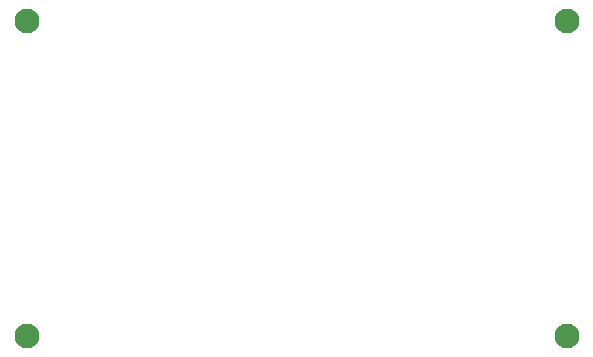
<source format=gbr>
%TF.GenerationSoftware,KiCad,Pcbnew,9.0.0*%
%TF.CreationDate,2025-03-11T16:24:53+11:00*%
%TF.ProjectId,MCU Datalogger,4d435520-4461-4746-916c-6f676765722e,1*%
%TF.SameCoordinates,Original*%
%TF.FileFunction,NonPlated,1,4,NPTH,Drill*%
%TF.FilePolarity,Positive*%
%FSLAX46Y46*%
G04 Gerber Fmt 4.6, Leading zero omitted, Abs format (unit mm)*
G04 Created by KiCad (PCBNEW 9.0.0) date 2025-03-11 16:24:53*
%MOMM*%
%LPD*%
G01*
G04 APERTURE LIST*
%TA.AperFunction,ComponentDrill*%
%ADD10C,2.100000*%
%TD*%
G04 APERTURE END LIST*
D10*
%TO.C,H1*%
X120015000Y-67310000D03*
%TO.C,H2*%
X120015000Y-93980000D03*
%TO.C,H3*%
X165735000Y-67310000D03*
%TO.C,H4*%
X165735000Y-93980000D03*
M02*

</source>
